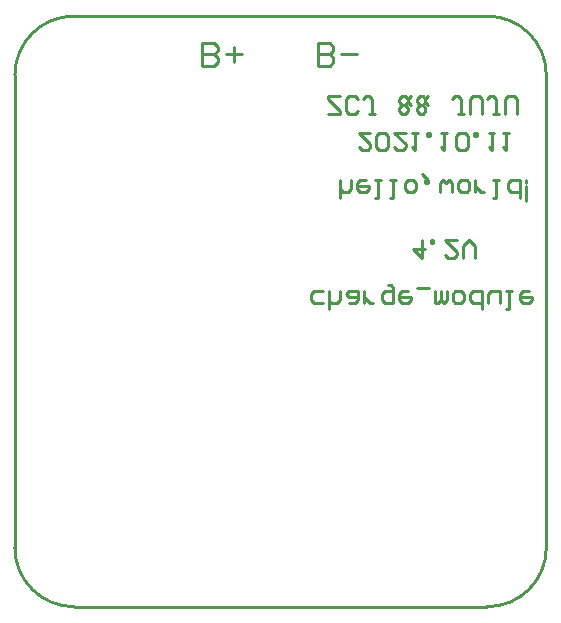
<source format=gbo>
G04*
G04 #@! TF.GenerationSoftware,Altium Limited,Altium Designer,20.2.3 (150)*
G04*
G04 Layer_Color=32896*
%FSLAX44Y44*%
%MOMM*%
G71*
G04*
G04 #@! TF.SameCoordinates,529A9E34-4FC0-4C7B-B34A-3B4898198E1E*
G04*
G04*
G04 #@! TF.FilePolarity,Positive*
G04*
G01*
G75*
%ADD19C,0.2540*%
D19*
X256413Y457526D02*
Y477520D01*
X266410D01*
X269742Y474188D01*
Y470855D01*
X266410Y467523D01*
X256413D01*
X266410D01*
X269742Y464191D01*
Y460859D01*
X266410Y457526D01*
X256413D01*
X276407Y467523D02*
X289736D01*
X158750Y457526D02*
Y477520D01*
X168747D01*
X172079Y474188D01*
Y470855D01*
X168747Y467523D01*
X158750D01*
X168747D01*
X172079Y464191D01*
Y460859D01*
X168747Y457526D01*
X158750D01*
X178744Y467523D02*
X192073D01*
X185408Y460859D02*
Y474188D01*
X344438Y310540D02*
Y295545D01*
X336940Y303042D01*
X346937D01*
X351935Y310540D02*
Y308041D01*
X354434D01*
Y310540D01*
X351935D01*
X374428D02*
X364431D01*
X374428Y300543D01*
Y298044D01*
X371929Y295545D01*
X366930D01*
X364431Y298044D01*
X379426Y295545D02*
Y305542D01*
X384425Y310540D01*
X389423Y305542D01*
Y295545D01*
X260568Y257293D02*
X253070D01*
X250571Y259792D01*
Y264790D01*
X253070Y267290D01*
X260568D01*
X265566Y252295D02*
Y267290D01*
Y259792D01*
X268065Y257293D01*
X273064D01*
X275563Y259792D01*
Y267290D01*
X283060Y257293D02*
X288059D01*
X290558Y259792D01*
Y267290D01*
X283060D01*
X280561Y264790D01*
X283060Y262291D01*
X290558D01*
X295556Y257293D02*
Y267290D01*
Y262291D01*
X298056Y259792D01*
X300555Y257293D01*
X303054D01*
X315550Y272288D02*
X318049D01*
X320548Y269789D01*
Y257293D01*
X313051D01*
X310552Y259792D01*
Y264790D01*
X313051Y267290D01*
X320548D01*
X333044D02*
X328046D01*
X325547Y264790D01*
Y259792D01*
X328046Y257293D01*
X333044D01*
X335544Y259792D01*
Y262291D01*
X325547D01*
X340542Y269789D02*
X350539D01*
X355537Y267290D02*
Y257293D01*
X358036D01*
X360535Y259792D01*
Y267290D01*
Y259792D01*
X363035Y257293D01*
X365534Y259792D01*
Y267290D01*
X373031D02*
X378030D01*
X380529Y264790D01*
Y259792D01*
X378030Y257293D01*
X373031D01*
X370532Y259792D01*
Y264790D01*
X373031Y267290D01*
X395524Y252295D02*
Y267290D01*
X388027D01*
X385527Y264790D01*
Y259792D01*
X388027Y257293D01*
X395524D01*
X400522D02*
Y264790D01*
X403022Y267290D01*
X410519D01*
Y257293D01*
X415518Y267290D02*
X420516D01*
X418017D01*
Y252295D01*
X415518D01*
X435511Y267290D02*
X430513D01*
X428013Y264790D01*
Y259792D01*
X430513Y257293D01*
X435511D01*
X438010Y259792D01*
Y262291D01*
X428013D01*
X274955Y346147D02*
Y361143D01*
Y353645D01*
X277454Y351146D01*
X282453D01*
X284952Y353645D01*
Y361143D01*
X297448D02*
X292449D01*
X289950Y358643D01*
Y353645D01*
X292449Y351146D01*
X297448D01*
X299947Y353645D01*
Y356144D01*
X289950D01*
X304945Y361143D02*
X309944D01*
X307444D01*
Y346147D01*
X304945D01*
X317441Y361143D02*
X322440D01*
X319940D01*
Y346147D01*
X317441D01*
X332436Y361143D02*
X337435D01*
X339934Y358643D01*
Y353645D01*
X337435Y351146D01*
X332436D01*
X329937Y353645D01*
Y358643D01*
X332436Y361143D01*
X347431Y363642D02*
X349931Y361143D01*
Y358643D01*
X347431D01*
Y361143D01*
X349931D01*
X347431Y363642D01*
X344932Y366141D01*
X359927Y351146D02*
Y358643D01*
X362427Y361143D01*
X364926Y358643D01*
X367425Y361143D01*
X369924Y358643D01*
Y351146D01*
X377422Y361143D02*
X382420D01*
X384919Y358643D01*
Y353645D01*
X382420Y351146D01*
X377422D01*
X374923Y353645D01*
Y358643D01*
X377422Y361143D01*
X389918Y351146D02*
Y361143D01*
Y356144D01*
X392417Y353645D01*
X394916Y351146D01*
X397415D01*
X404913Y361143D02*
X409911D01*
X407412D01*
Y346147D01*
X404913D01*
X427406D02*
Y361143D01*
X419908D01*
X417409Y358643D01*
Y353645D01*
X419908Y351146D01*
X427406D01*
X432404Y356144D02*
Y343648D01*
Y358643D02*
Y361143D01*
X301081Y401320D02*
X291084D01*
X301081Y391323D01*
Y388824D01*
X298582Y386325D01*
X293583D01*
X291084Y388824D01*
X306079D02*
X308578Y386325D01*
X313577D01*
X316076Y388824D01*
Y398821D01*
X313577Y401320D01*
X308578D01*
X306079Y398821D01*
Y388824D01*
X331071Y401320D02*
X321074D01*
X331071Y391323D01*
Y388824D01*
X328572Y386325D01*
X323573D01*
X321074Y388824D01*
X336069Y401320D02*
X341068D01*
X338569D01*
Y386325D01*
X336069Y388824D01*
X348565Y401320D02*
Y398821D01*
X351065D01*
Y401320D01*
X348565D01*
X361061D02*
X366060D01*
X363560D01*
Y386325D01*
X361061Y388824D01*
X373557D02*
X376057Y386325D01*
X381055D01*
X383554Y388824D01*
Y398821D01*
X381055Y401320D01*
X376057D01*
X373557Y398821D01*
Y388824D01*
X388553Y401320D02*
Y398821D01*
X391052D01*
Y401320D01*
X388553D01*
X401048D02*
X406047D01*
X403548D01*
Y386325D01*
X401048Y388824D01*
X413544Y401320D02*
X418543D01*
X416044D01*
Y386325D01*
X413544Y388824D01*
X265176Y417059D02*
X275173D01*
Y419558D01*
X265176Y429555D01*
Y432054D01*
X275173D01*
X290168Y419558D02*
X287669Y417059D01*
X282670D01*
X280171Y419558D01*
Y429555D01*
X282670Y432054D01*
X287669D01*
X290168Y429555D01*
X305163Y417059D02*
X300165D01*
X302664D01*
Y429555D01*
X300165Y432054D01*
X297666D01*
X295166Y429555D01*
X335153Y432054D02*
X332654Y429555D01*
X330155Y432054D01*
X327656D01*
X325157Y429555D01*
Y427056D01*
X327656Y424556D01*
X325157Y422057D01*
Y419558D01*
X327656Y417059D01*
X330155D01*
X332654Y419558D01*
Y422057D01*
X330155Y424556D01*
X332654Y427056D01*
Y429555D01*
X335153Y424556D02*
X332654Y427056D01*
X327656Y424556D02*
X330155D01*
X350149Y432054D02*
X347649Y429555D01*
X345150Y432054D01*
X342651D01*
X340152Y429555D01*
Y427056D01*
X342651Y424556D01*
X340152Y422057D01*
Y419558D01*
X342651Y417059D01*
X345150D01*
X347649Y419558D01*
Y422057D01*
X345150Y424556D01*
X347649Y427056D01*
Y429555D01*
X350149Y424556D02*
X347649Y427056D01*
X342651Y424556D02*
X345150D01*
X380139Y417059D02*
X375140D01*
X377640D01*
Y429555D01*
X375140Y432054D01*
X372641D01*
X370142Y429555D01*
X385137Y417059D02*
Y429555D01*
X387636Y432054D01*
X392635D01*
X395134Y429555D01*
Y417059D01*
X410129D02*
X405131D01*
X407630D01*
Y429555D01*
X405131Y432054D01*
X402631D01*
X400132Y429555D01*
X415127Y417059D02*
Y429555D01*
X417627Y432054D01*
X422625D01*
X425124Y429555D01*
Y417059D01*
X0Y50000D02*
G03*
X50000Y0I50000J0D01*
G01*
X400000D02*
G03*
X450000Y50000I0J50000D01*
G01*
Y450000D02*
G03*
X400000Y500000I-50000J0D01*
G01*
X50000D02*
G03*
X0Y450000I0J-50000D01*
G01*
X50000Y0D02*
X400000D01*
X50000Y500000D02*
X400000D01*
X450000Y50000D02*
Y450000D01*
X0Y50000D02*
Y450000D01*
M02*

</source>
